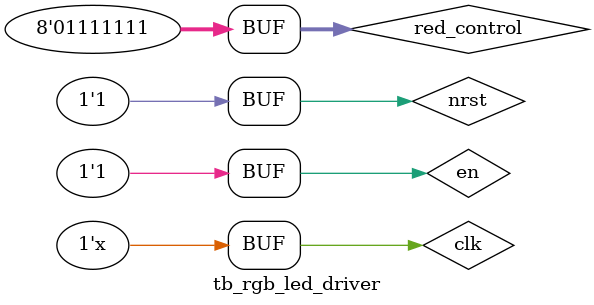
<source format=v>
`timescale 1ns / 1ps


module tb_rgb_led_driver();    
    reg clk, nrst;
    reg en;
    reg [7:0] red_control;
    wire clk_red;
    
    rgb_led_driver UUT (.clk(clk),
        .nrst(nrst),
        .en(en),
        .red_control(red_control),
        .clk_red(clk_red)
        );
        
    always #5 clk = ~clk;
    
    initial begin
        clk = 0;
        nrst = 0;
        en = 0;
        red_control = 0;
        #13 nrst = 1;
        #1000
        red_control <= 255;
        #1000
        en = 1;
        #1000
        red_control <= 127;
    end
endmodule

</source>
